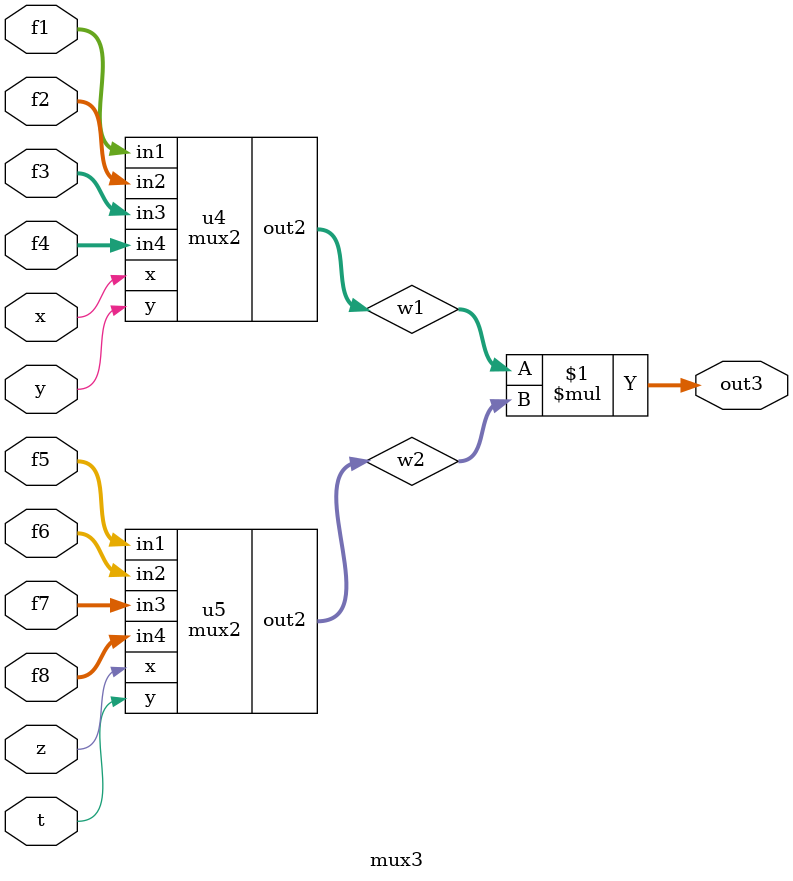
<source format=v>
module mux (i1,i2,x,out1);
input x;
input [7:0]i1,i2;
output [7:0]out1;

assign out1=(x) ? i1:i2 ;
endmodule

module mux2 (in1,in2,in3,in4,x,y,out2);
input [7:0]in1;
input [7:0]in2;
input [7:0]in3;
input [7:0]in4;
input x,y;
output [7:0]out2;
wire [7:0]w1,w2;

mux u1(in1,in2,y,w2);
mux u2(in3,in4,y,w1);
mux u3(w1,w2,x,out2);
endmodule

module mux3 (f1,f2,f3,f4,f5,f6,f7,f8,x,y,z,t,out3);
input [7:0]f1,f2,f3,f4,f5,f6,f7,f8;
input x,y,z,t;
output [15:0]out3;
wire [7:0]w1,w2;

mux2 u4(f1,f2,f3,f4,x,y,w1);
mux2 u5(f5,f6,f7,f8,z,t,w2);
assign out3=w1*w2;
endmodule

</source>
